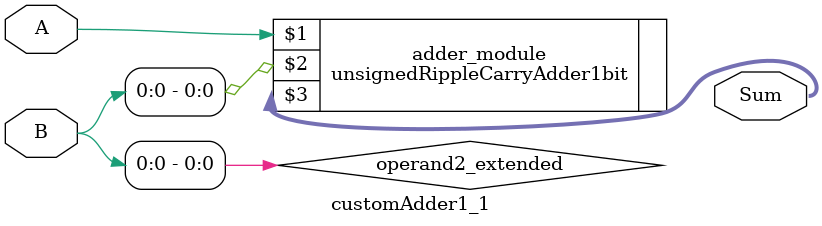
<source format=v>
module customAdder1_1(
                        input [0 : 0] A,
                        input [-1 : 0] B,
                        
                        output [1 : 0] Sum
                );

        wire [0 : 0] operand2_extended;
        
        assign operand2_extended =  {1'b0, B};
        
        unsignedRippleCarryAdder1bit adder_module(
            A,
            operand2_extended,
            Sum
        );
        
        endmodule
        
</source>
